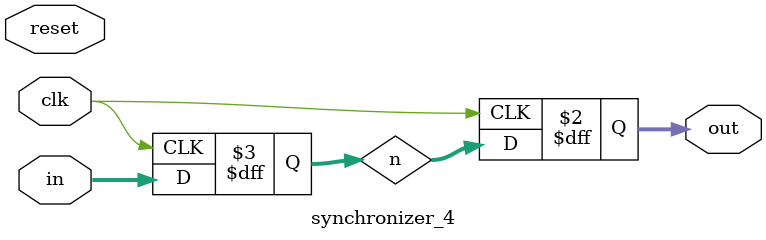
<source format=sv>
module synchronizer_4(
	input  logic [3:0] in,
	input  logic clk, reset,
	output logic [3:0] out
);

	logic [3:0] n;

	always_ff @(posedge clk) begin
		n <= in;
		out <= n;
	end
endmodule

</source>
